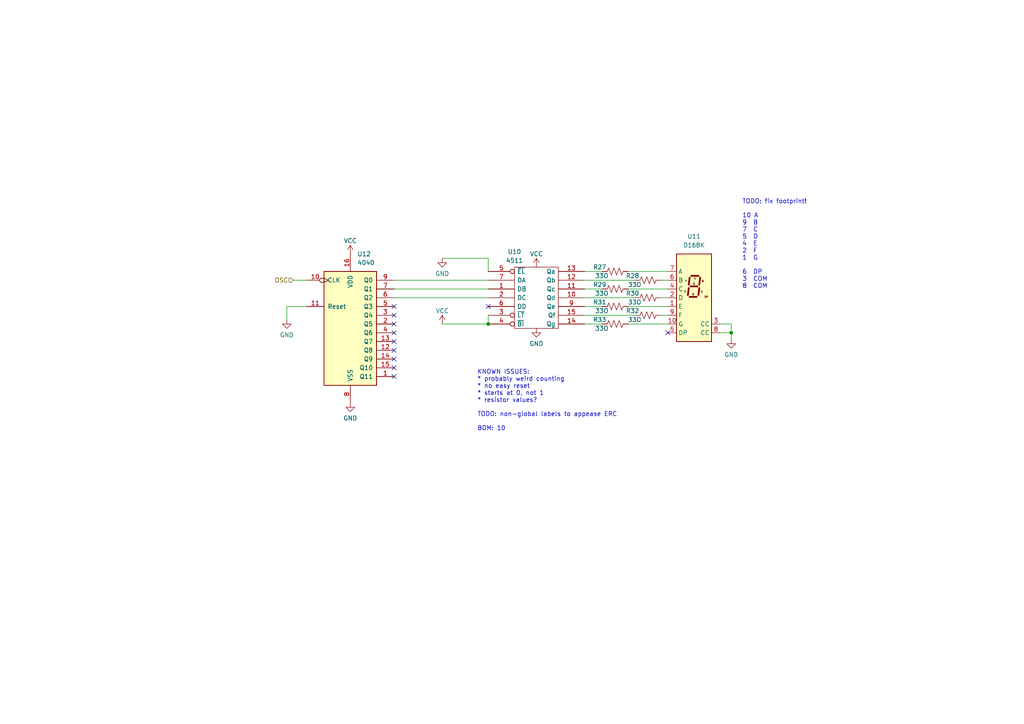
<source format=kicad_sch>
(kicad_sch (version 20211123) (generator eeschema)
  (paper "A4")
  (lib_symbols
    (symbol "4xxx:4040" (pin_names (offset 1.016))
      (property "Reference" "U" (at -7.62 16.51 0))
      (property "Value" "4040" (at -7.62 -19.05 0))
      (symbol "4040_1_0"
        (pin output line (at 12.7 -15.24 180) (length 5.08) (name "Q11") (number "1"))
        (pin input inverted_clock (at -12.7 12.7 0) (length 5.08) (name "CLK") (number "10"))
        (pin input line (at -12.7 5.08 0) (length 5.08) (name "Reset") (number "11"))
        (pin output line (at 12.7 -7.62 180) (length 5.08) (name "Q8") (number "12"))
        (pin output line (at 12.7 -5.08 180) (length 5.08) (name "Q7") (number "13"))
        (pin output line (at 12.7 -10.16 180) (length 5.08) (name "Q9") (number "14"))
        (pin output line (at 12.7 -12.7 180) (length 5.08) (name "Q10") (number "15"))
        (pin power_in line (at 0 20.32 270) (length 5.08) (name "VDD") (number "16"))
        (pin output line (at 12.7 0 180) (length 5.08) (name "Q5") (number "2"))
        (pin output line (at 12.7 2.54 180) (length 5.08) (name "Q4") (number "3"))
        (pin output line (at 12.7 -2.54 180) (length 5.08) (name "Q6") (number "4"))
        (pin output line (at 12.7 5.08 180) (length 5.08) (name "Q3") (number "5"))
        (pin output line (at 12.7 7.62 180) (length 5.08) (name "Q2") (number "6"))
        (pin output line (at 12.7 10.16 180) (length 5.08) (name "Q1") (number "7"))
        (pin power_in line (at 0 -22.86 90) (length 5.08) (name "VSS") (number "8"))
        (pin output line (at 12.7 12.7 180) (length 5.08) (name "Q0") (number "9"))
      )
      (symbol "4040_1_1"
        (rectangle (start -7.62 15.24) (end 7.62 -17.78) (stroke (width 0.254)) (fill (type background)))
      )
    )
    (symbol "4xxx_IEEE:4511" (pin_names (offset 0.762))
      (property "Reference" "U" (at 8.89 11.43 0))
      (property "Value" "4511" (at 8.89 -11.43 0))
      (symbol "4511_0_1"
        (rectangle (start -6.35 8.89) (end 6.35 -8.89))
      )
      (symbol "4511_1_1"
        (pin input line (at -13.97 2.54 0) (length 7.62) (name "DB") (number "1"))
        (pin output line (at 13.97 0 180) (length 7.62) (name "Qd") (number "10"))
        (pin output line (at 13.97 2.54 180) (length 7.62) (name "Qc") (number "11"))
        (pin output line (at 13.97 5.08 180) (length 7.62) (name "Qb") (number "12"))
        (pin output line (at 13.97 7.62 180) (length 7.62) (name "Qa") (number "13"))
        (pin output line (at 13.97 -7.62 180) (length 7.62) (name "Qg") (number "14"))
        (pin output line (at 13.97 -5.08 180) (length 7.62) (name "Qf") (number "15"))
        (pin power_in line (at 0 8.89 270) (length 0) hide (name "Vdd") (number "16"))
        (pin input line (at -13.97 0 0) (length 7.62) (name "DC") (number "2"))
        (pin input inverted (at -13.97 -5.08 0) (length 7.62) (name "~{LT}") (number "3"))
        (pin input inverted (at -13.97 -7.62 0) (length 7.62) (name "~{BI}") (number "4"))
        (pin input inverted (at -13.97 7.62 0) (length 7.62) (name "~{EL}") (number "5"))
        (pin input line (at -13.97 -2.54 0) (length 7.62) (name "DD") (number "6"))
        (pin input line (at -13.97 5.08 0) (length 7.62) (name "DA") (number "7"))
        (pin power_in line (at 0 -8.89 90) (length 0) hide (name "Vss") (number "8"))
        (pin output line (at 13.97 -2.54 180) (length 7.62) (name "Qe") (number "9"))
      )
    )
    (symbol "Device:R_US" (pin_numbers hide) (pin_names (offset 0))
      (property "Reference" "R" (at 2.54 0 90))
      (property "Value" "R_US" (at -2.54 0 90))
      (symbol "R_US_0_1"
        (polyline (pts (xy 0 -2.286) (xy 0 -2.54)))
        (polyline (pts (xy 0 2.286) (xy 0 2.54)))
        (polyline (pts (xy 0 -0.762) (xy 1.016 -1.143) (xy 0 -1.524) (xy -1.016 -1.905) (xy 0 -2.286)))
        (polyline (pts (xy 0 0.762) (xy 1.016 0.381) (xy 0 0) (xy -1.016 -0.381) (xy 0 -0.762)))
        (polyline (pts (xy 0 2.286) (xy 1.016 1.905) (xy 0 1.524) (xy -1.016 1.143) (xy 0 0.762)))
      )
      (symbol "R_US_1_1"
        (pin passive line (at 0 3.81 270) (length 1.27) (name "~") (number "1"))
        (pin passive line (at 0 -3.81 90) (length 1.27) (name "~") (number "2"))
      )
    )
    (symbol "Display_Character:D168K"
      (property "Reference" "U" (at -2.54 13.97 0))
      (property "Value" "D168K" (at 1.27 13.97 0))
      (symbol "D168K_0_0"
        (text "A" (at 0.254 5.588 0) (effects (font (size 0.508 0.508))))
        (text "B" (at 2.54 4.826 0) (effects (font (size 0.508 0.508))))
        (text "C" (at 2.286 1.778 0) (effects (font (size 0.508 0.508))))
        (text "D" (at -0.254 1.016 0) (effects (font (size 0.508 0.508))))
        (text "DP" (at 3.556 0.254 0) (effects (font (size 0.508 0.508))))
        (text "E" (at -2.54 1.778 0) (effects (font (size 0.508 0.508))))
        (text "F" (at -2.286 4.826 0) (effects (font (size 0.508 0.508))))
        (text "G" (at 0 4.064 0) (effects (font (size 0.508 0.508))))
      )
      (symbol "D168K_0_1"
        (rectangle (start -5.08 12.7) (end 5.08 -12.7) (stroke (width 0.254)) (fill (type background)))
        (polyline (pts (xy -1.524 2.794) (xy -1.778 0.762)) (stroke (width 0.508)))
        (polyline (pts (xy -1.27 0.254) (xy 0.762 0.254)) (stroke (width 0.508)))
        (polyline (pts (xy -1.27 5.842) (xy -1.524 3.81)) (stroke (width 0.508)))
        (polyline (pts (xy -1.016 3.302) (xy 1.016 3.302)) (stroke (width 0.508)))
        (polyline (pts (xy -0.762 6.35) (xy 1.27 6.35)) (stroke (width 0.508)))
        (polyline (pts (xy 1.524 2.794) (xy 1.27 0.762)) (stroke (width 0.508)))
        (polyline (pts (xy 1.778 5.842) (xy 1.524 3.81)) (stroke (width 0.508)))
        (polyline (pts (xy 2.54 0.254) (xy 2.54 0.254)) (stroke (width 0.508)))
      )
      (symbol "D168K_1_1"
        (pin input line (at -7.62 -2.54 0) (length 2.54) (name "E") (number "1"))
        (pin input line (at -7.62 -7.62 0) (length 2.54) (name "G") (number "10"))
        (pin input line (at -7.62 0 0) (length 2.54) (name "D") (number "2"))
        (pin input line (at 7.62 -7.62 180) (length 2.54) (name "CC") (number "3"))
        (pin input line (at -7.62 2.54 0) (length 2.54) (name "C") (number "4"))
        (pin input line (at -7.62 -10.16 0) (length 2.54) (name "DP") (number "5"))
        (pin input line (at -7.62 5.08 0) (length 2.54) (name "B") (number "6"))
        (pin input line (at -7.62 7.62 0) (length 2.54) (name "A") (number "7"))
        (pin input line (at 7.62 -10.16 180) (length 2.54) (name "CC") (number "8"))
        (pin input line (at -7.62 -5.08 0) (length 2.54) (name "F") (number "9"))
      )
    )
    (symbol "power:GND" (power) (pin_names (offset 0))
      (property "Value" "GND" (at 0 -3.81 0))
      (symbol "GND_0_1"
        (polyline (pts (xy 0 0) (xy 0 -1.27) (xy 1.27 -1.27) (xy 0 -2.54) (xy -1.27 -1.27) (xy 0 -1.27)))
      )
      (symbol "GND_1_1"
        (pin power_in line (at 0 0 270) (length 0) hide (name "GND") (number "1"))
      )
    )
    (symbol "power:VCC" (power) (pin_names (offset 0))
      (property "Value" "VCC" (at 0 3.81 0))
      (symbol "VCC_0_1"
        (polyline (pts (xy -0.762 1.27) (xy 0 2.54)))
        (polyline (pts (xy 0 0) (xy 0 2.54)))
        (polyline (pts (xy 0 2.54) (xy 0.762 1.27)))
      )
      (symbol "VCC_1_1"
        (pin power_in line (at 0 0 90) (length 0) hide (name "VCC") (number "1"))
      )
    )
  )
  (junction (at 212.09 96.52))
  (junction (at 141.605 93.98))
  (no_connect (at 141.605 88.9))
  (no_connect (at 193.675 96.52))
  (no_connect (at 114.3 88.9))
  (no_connect (at 114.3 93.98))
  (no_connect (at 114.3 91.44))
  (no_connect (at 114.3 96.52))
  (no_connect (at 114.3 106.68))
  (no_connect (at 114.3 101.6))
  (no_connect (at 114.3 99.06))
  (no_connect (at 114.3 109.22))
  (no_connect (at 114.3 104.14))
  (wire (pts (xy 141.605 91.44) (xy 141.605 93.98)))
  (wire (pts (xy 114.3 81.28) (xy 141.605 81.28)))
  (wire (pts (xy 169.545 86.36) (xy 184.15 86.36)))
  (wire (pts (xy 85.09 81.28) (xy 88.9 81.28)))
  (wire (pts (xy 191.77 91.44) (xy 193.675 91.44)))
  (wire (pts (xy 191.77 81.28) (xy 193.675 81.28)))
  (wire (pts (xy 114.3 86.36) (xy 141.605 86.36)))
  (wire (pts (xy 212.09 93.98) (xy 212.09 96.52)))
  (wire (pts (xy 169.545 93.98) (xy 174.625 93.98)))
  (wire (pts (xy 208.915 93.98) (xy 212.09 93.98)))
  (wire (pts (xy 169.545 81.28) (xy 184.15 81.28)))
  (wire (pts (xy 182.245 93.98) (xy 193.675 93.98)))
  (wire (pts (xy 83.185 88.9) (xy 83.185 92.71)))
  (wire (pts (xy 141.605 74.93) (xy 141.605 78.74)))
  (wire (pts (xy 212.09 96.52) (xy 212.09 98.425)))
  (wire (pts (xy 128.27 74.93) (xy 141.605 74.93)))
  (wire (pts (xy 182.245 88.9) (xy 193.675 88.9)))
  (wire (pts (xy 191.77 86.36) (xy 193.675 86.36)))
  (wire (pts (xy 169.545 88.9) (xy 174.625 88.9)))
  (wire (pts (xy 169.545 78.74) (xy 174.625 78.74)))
  (wire (pts (xy 114.3 83.82) (xy 141.605 83.82)))
  (wire (pts (xy 128.27 93.98) (xy 141.605 93.98)))
  (wire (pts (xy 169.545 91.44) (xy 184.15 91.44)))
  (wire (pts (xy 169.545 83.82) (xy 174.625 83.82)))
  (wire (pts (xy 208.915 96.52) (xy 212.09 96.52)))
  (wire (pts (xy 182.245 83.82) (xy 193.675 83.82)))
  (wire (pts (xy 88.9 88.9) (xy 83.185 88.9)))
  (wire (pts (xy 182.245 78.74) (xy 193.675 78.74)))
  (text "KNOWN ISSUES:\n* probably weird counting\n* no easy reset\n* starts at 0, not 1\n* resistor values?\n\nTODO: non-global labels to appease ERC\n\nBOM: 10" (at 138.43 125.095 0) (effects (font (size 1.27 1.27)) (justify left bottom)))
  (text "TODO: fix footprint!\n\n10 A\n9  B\n7  C\n5  D\n4  E\n2  F\n1  G\n\n6  DP\n3  COM\n8  COM" (at 215.265 83.82 0) (effects (font (size 1.27 1.27)) (justify left bottom)))
  (hierarchical_label "OSC" (shape input) (at 85.09 81.28 180))
  (symbol (lib_id "Device:R_US") (at 187.96 81.28 90) (unit 1)
    (property "Reference" "R28" (at 185.42 80.01 90) (effects (justify left)))
    (property "Value" "33O" (at 186.055 82.55 90) (effects (justify left)))
    (property "Footprint" "Resistor_THT:R_Axial_DIN0204_L3.6mm_D1.6mm_P7.62mm_Horizontal" (effects hide))
  )
  (symbol (lib_id "4xxx:4040") (at 101.6 93.98 0) (unit 1)
    (property "Reference" "U12" (at 103.6194 73.66 0) (effects (justify left)))
    (property "Value" "4040" (at 103.6194 76.2 0) (effects (justify left)))
    (property "Datasheet" "http://www.intersil.com/content/dam/Intersil/documents/cd40/cd4020bms-24bms-40bms.pdf" (effects hide))
  )
  (symbol (lib_id "power:VCC") (at 155.575 77.47 0) (unit 1)
    (property "Reference" "#PWR033" (effects hide))
    (property "Value" "VCC" (at 155.575 73.66 0))
  )
  (symbol (lib_id "Device:R_US") (at 178.435 93.98 90) (unit 1)
    (property "Reference" "R33" (at 175.895 92.71 90) (effects (justify left)))
    (property "Value" "33O" (at 176.53 95.25 90) (effects (justify left)))
    (property "Footprint" "Resistor_THT:R_Axial_DIN0204_L3.6mm_D1.6mm_P7.62mm_Horizontal" (effects hide))
  )
  (symbol (lib_id "Device:R_US") (at 187.96 86.36 90) (unit 1)
    (property "Reference" "R30" (at 185.42 85.09 90) (effects (justify left)))
    (property "Value" "33O" (at 186.055 87.63 90) (effects (justify left)))
    (property "Footprint" "Resistor_THT:R_Axial_DIN0204_L3.6mm_D1.6mm_P7.62mm_Horizontal" (effects hide))
  )
  (symbol (lib_id "power:GND") (at 101.6 116.84 0) (unit 1)
    (property "Reference" "#PWR038" (effects hide))
    (property "Value" "GND" (at 101.6 121.285 0))
  )
  (symbol (lib_id "power:VCC") (at 128.27 93.98 0) (unit 1)
    (property "Reference" "#PWR035" (effects hide))
    (property "Value" "VCC" (at 128.27 90.17 0))
  )
  (symbol (lib_id "power:GND") (at 83.185 92.71 0) (unit 1)
    (property "Reference" "#PWR034" (effects hide))
    (property "Value" "GND" (at 83.185 97.155 0))
  )
  (symbol (lib_id "Device:R_US") (at 187.96 91.44 90) (unit 1)
    (property "Reference" "R32" (at 185.42 90.17 90) (effects (justify left)))
    (property "Value" "33O" (at 186.055 92.71 90) (effects (justify left)))
    (property "Footprint" "Resistor_THT:R_Axial_DIN0204_L3.6mm_D1.6mm_P7.62mm_Horizontal" (effects hide))
  )
  (symbol (lib_id "Device:R_US") (at 178.435 88.9 90) (unit 1)
    (property "Reference" "R31" (at 175.895 87.63 90) (effects (justify left)))
    (property "Value" "33O" (at 176.53 90.17 90) (effects (justify left)))
    (property "Footprint" "Resistor_THT:R_Axial_DIN0204_L3.6mm_D1.6mm_P7.62mm_Horizontal" (effects hide))
  )
  (symbol (lib_id "power:GND") (at 212.09 98.425 0) (unit 1)
    (property "Reference" "#PWR037" (effects hide))
    (property "Value" "GND" (at 212.09 102.87 0))
  )
  (symbol (lib_id "power:GND") (at 155.575 95.25 0) (unit 1)
    (property "Reference" "#PWR036" (effects hide))
    (property "Value" "GND" (at 155.575 99.695 0))
  )
  (symbol (lib_id "power:VCC") (at 101.6 73.66 0) (unit 1)
    (property "Reference" "#PWR031" (effects hide))
    (property "Value" "VCC" (at 101.6 69.85 0))
  )
  (symbol (lib_id "Device:R_US") (at 178.435 83.82 90) (unit 1)
    (property "Reference" "R29" (at 175.895 82.55 90) (effects (justify left)))
    (property "Value" "33O" (at 176.53 85.09 90) (effects (justify left)))
    (property "Footprint" "Resistor_THT:R_Axial_DIN0204_L3.6mm_D1.6mm_P7.62mm_Horizontal" (effects hide))
  )
  (symbol (lib_id "Device:R_US") (at 178.435 78.74 90) (unit 1)
    (property "Reference" "R27" (at 175.895 77.47 90) (effects (justify left)))
    (property "Value" "33O" (at 176.53 80.01 90) (effects (justify left)))
    (property "Footprint" "Resistor_THT:R_Axial_DIN0204_L3.6mm_D1.6mm_P7.62mm_Horizontal" (effects hide))
  )
  (symbol (lib_id "4xxx_IEEE:4511") (at 155.575 86.36 0) (unit 1)
    (property "Reference" "U10" (at 149.225 73.025 0))
    (property "Value" "4511" (at 149.225 75.565 0))
  )
  (symbol (lib_id "Display_Character:D168K") (at 201.295 86.36 0) (unit 1)
    (property "Reference" "U11" (at 201.295 68.58 0))
    (property "Value" "D168K" (at 201.295 71.12 0))
    (property "Footprint" "Display_7Segment:D1X8K" (effects hide))
    (property "Datasheet" "https://ia800903.us.archive.org/24/items/CTKD1x8K/Cromatek%20D168K.pdf" (effects hide))
  )
  (symbol (lib_id "power:GND") (at 128.27 74.93 0) (unit 1)
    (property "Reference" "#PWR032" (effects hide))
    (property "Value" "GND" (at 128.27 79.375 0))
  )
)
</source>
